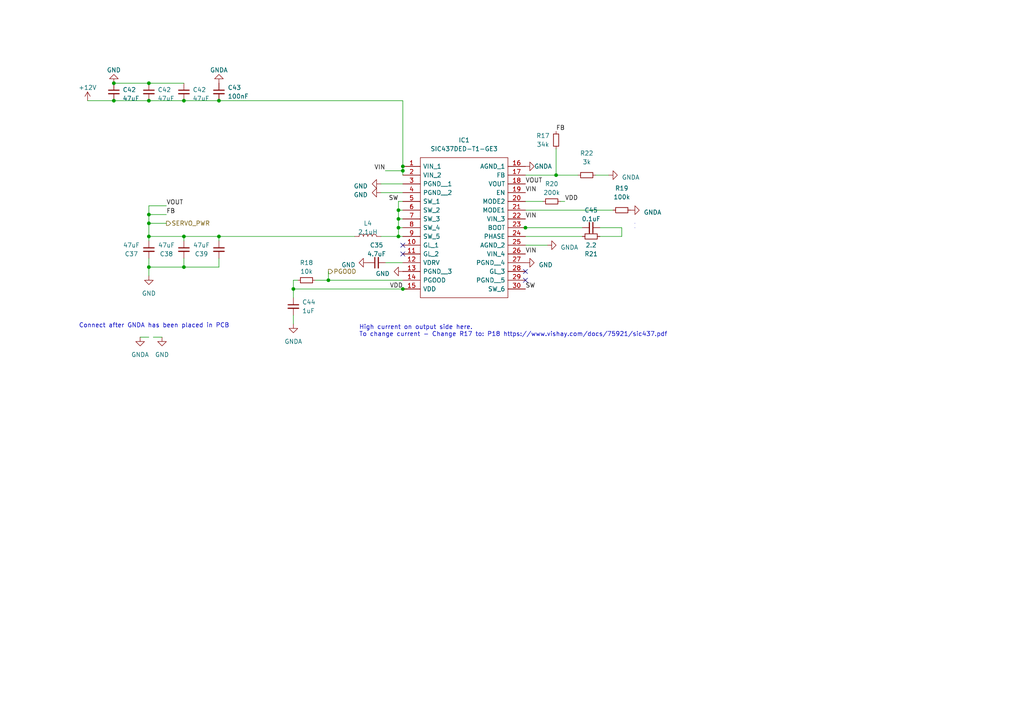
<source format=kicad_sch>
(kicad_sch (version 20230121) (generator eeschema)
  (paper "A4")
  (lib_symbols
    (symbol "Device:C_Small" (pin_numbers hide) (pin_names (offset 0.254) hide)
      (property "Reference" "C" (at 0.254 1.778 0))
      (property "Value" "C_Small" (at 0.254 -2.032 0))
      (symbol "C_Small_0_1"
        (polyline (pts (xy -1.524 -0.508) (xy 1.524 -0.508)) (stroke (width 0.3302)))
        (polyline (pts (xy -1.524 0.508) (xy 1.524 0.508)) (stroke (width 0.3048)))
      )
      (symbol "C_Small_1_1"
        (pin passive line (at 0 2.54 270) (length 2.032) (name "~") (number "1"))
        (pin passive line (at 0 -2.54 90) (length 2.032) (name "~") (number "2"))
      )
    )
    (symbol "Device:L" (pin_numbers hide) (pin_names (offset 1.016) hide)
      (property "Reference" "L" (at -1.27 0 90))
      (property "Value" "L" (at 1.905 0 90))
      (symbol "L_0_1"
        (arc (start 0 -2.54) (mid 0.6323 -1.905) (end 0 -1.27))
        (arc (start 0 -1.27) (mid 0.6323 -0.635) (end 0 0))
        (arc (start 0 0) (mid 0.6323 0.635) (end 0 1.27))
        (arc (start 0 1.27) (mid 0.6323 1.905) (end 0 2.54))
      )
      (symbol "L_1_1"
        (pin passive line (at 0 3.81 270) (length 1.27) (name "1") (number "1"))
        (pin passive line (at 0 -3.81 90) (length 1.27) (name "2") (number "2"))
      )
    )
    (symbol "Device:R_Small" (pin_numbers hide) (pin_names (offset 0.254) hide)
      (property "Reference" "R" (at 0.762 0.508 0))
      (property "Value" "R_Small" (at 0.762 -1.016 0))
      (symbol "R_Small_0_1"
        (rectangle (start -0.762 1.778) (end 0.762 -1.778) (stroke (width 0.2032)))
      )
      (symbol "R_Small_1_1"
        (pin passive line (at 0 2.54 270) (length 0.762) (name "~") (number "1"))
        (pin passive line (at 0 -2.54 90) (length 0.762) (name "~") (number "2"))
      )
    )
    (symbol "GNDA_1" (power) (pin_names (offset 0))
      (property "Value" "GNDA_1" (at 0 -3.81 0))
      (symbol "GNDA_1_0_1"
        (polyline (pts (xy 0 0) (xy 0 -1.27) (xy 1.27 -1.27) (xy 0 -2.54) (xy -1.27 -1.27) (xy 0 -1.27)))
      )
      (symbol "GNDA_1_1_1"
        (pin power_in line (at 0 0 270) (length 0) hide (name "GNDA") (number "1"))
      )
    )
    (symbol "GND_1" (power) (pin_names (offset 0))
      (property "Value" "GND_1" (at 0 -3.81 0))
      (symbol "GND_1_0_1"
        (polyline (pts (xy 0 0) (xy 0 -1.27) (xy 1.27 -1.27) (xy 0 -2.54) (xy -1.27 -1.27) (xy 0 -1.27)))
      )
      (symbol "GND_1_1_1"
        (pin power_in line (at 0 0 270) (length 0) hide (name "GND") (number "1"))
      )
    )
    (symbol "GND_2" (power) (pin_names (offset 0))
      (property "Value" "GND_2" (at 0 -3.81 0))
      (symbol "GND_2_0_1"
        (polyline (pts (xy 0 0) (xy 0 -1.27) (xy 1.27 -1.27) (xy 0 -2.54) (xy -1.27 -1.27) (xy 0 -1.27)))
      )
      (symbol "GND_2_1_1"
        (pin power_in line (at 0 0 270) (length 0) hide (name "GND") (number "1"))
      )
    )
    (symbol "SIC437DED-T1-GE3:SIC437DED-T1-GE3" (pin_names (offset 0.762))
      (property "Reference" "IC" (at 31.75 7.62 0))
      (property "Value" "SIC437DED-T1-GE3" (at 31.75 5.08 0))
      (symbol "SIC437DED-T1-GE3_0_0"
        (pin passive line (at 0 0 0) (length 5.08) (name "VIN_1") (number "1"))
        (pin passive line (at 0 -22.86 0) (length 5.08) (name "GL_1") (number "10"))
        (pin passive line (at 0 -25.4 0) (length 5.08) (name "GL_2") (number "11"))
        (pin passive line (at 0 -27.94 0) (length 5.08) (name "VDRV") (number "12"))
        (pin passive line (at 0 -30.48 0) (length 5.08) (name "PGND__3") (number "13"))
        (pin passive line (at 0 -33.02 0) (length 5.08) (name "PGOOD") (number "14"))
        (pin passive line (at 0 -35.56 0) (length 5.08) (name "VDD") (number "15"))
        (pin passive line (at 35.56 0 180) (length 5.08) (name "AGND_1") (number "16"))
        (pin passive line (at 35.56 -2.54 180) (length 5.08) (name "FB") (number "17"))
        (pin passive line (at 35.56 -5.08 180) (length 5.08) (name "VOUT") (number "18"))
        (pin passive line (at 35.56 -7.62 180) (length 5.08) (name "EN") (number "19"))
        (pin passive line (at 0 -2.54 0) (length 5.08) (name "VIN_2") (number "2"))
        (pin passive line (at 35.56 -10.16 180) (length 5.08) (name "MODE2") (number "20"))
        (pin passive line (at 35.56 -12.7 180) (length 5.08) (name "MODE1") (number "21"))
        (pin passive line (at 35.56 -15.24 180) (length 5.08) (name "VIN_3") (number "22"))
        (pin passive line (at 35.56 -17.78 180) (length 5.08) (name "BOOT") (number "23"))
        (pin passive line (at 35.56 -20.32 180) (length 5.08) (name "PHASE") (number "24"))
        (pin passive line (at 35.56 -22.86 180) (length 5.08) (name "AGND_2") (number "25"))
        (pin passive line (at 35.56 -25.4 180) (length 5.08) (name "VIN_4") (number "26"))
        (pin passive line (at 35.56 -27.94 180) (length 5.08) (name "PGND__4") (number "27"))
        (pin passive line (at 35.56 -30.48 180) (length 5.08) (name "GL_3") (number "28"))
        (pin passive line (at 35.56 -33.02 180) (length 5.08) (name "PGND__5") (number "29"))
        (pin passive line (at 0 -5.08 0) (length 5.08) (name "PGND__1") (number "3"))
        (pin passive line (at 35.56 -35.56 180) (length 5.08) (name "SW_6") (number "30"))
        (pin passive line (at 0 -7.62 0) (length 5.08) (name "PGND__2") (number "4"))
        (pin passive line (at 0 -10.16 0) (length 5.08) (name "SW_1") (number "5"))
        (pin passive line (at 0 -12.7 0) (length 5.08) (name "SW_2") (number "6"))
        (pin passive line (at 0 -15.24 0) (length 5.08) (name "SW_3") (number "7"))
        (pin passive line (at 0 -17.78 0) (length 5.08) (name "SW_4") (number "8"))
        (pin passive line (at 0 -20.32 0) (length 5.08) (name "SW_5") (number "9"))
      )
      (symbol "SIC437DED-T1-GE3_0_1"
        (polyline (pts (xy 5.08 2.54) (xy 30.48 2.54) (xy 30.48 -38.1) (xy 5.08 -38.1) (xy 5.08 2.54)) (stroke (width 0.1524)))
      )
    )
    (symbol "power:+12V" (power) (pin_names (offset 0))
      (property "Value" "+12V" (at 0 3.556 0))
      (symbol "+12V_0_1"
        (polyline (pts (xy -0.762 1.27) (xy 0 2.54)))
        (polyline (pts (xy 0 0) (xy 0 2.54)))
        (polyline (pts (xy 0 2.54) (xy 0.762 1.27)))
      )
      (symbol "+12V_1_1"
        (pin power_in line (at 0 0 90) (length 0) hide (name "+12V") (number "1"))
      )
    )
    (symbol "power:GND" (power) (pin_names (offset 0))
      (property "Value" "GND" (at 0 -3.81 0))
      (symbol "GND_0_1"
        (polyline (pts (xy 0 0) (xy 0 -1.27) (xy 1.27 -1.27) (xy 0 -2.54) (xy -1.27 -1.27) (xy 0 -1.27)))
      )
      (symbol "GND_1_1"
        (pin power_in line (at 0 0 270) (length 0) hide (name "GND") (number "1"))
      )
    )
    (symbol "power:GNDA" (power) (pin_names (offset 0))
      (property "Value" "GNDA" (at 0 -3.81 0))
      (symbol "GNDA_0_1"
        (polyline (pts (xy 0 0) (xy 0 -1.27) (xy 1.27 -1.27) (xy 0 -2.54) (xy -1.27 -1.27) (xy 0 -1.27)))
      )
      (symbol "GNDA_1_1"
        (pin power_in line (at 0 0 270) (length 0) hide (name "GNDA") (number "1"))
      )
    )
  )
  (junction (at 43.18 68.58))
  (junction (at 152.4 66.04))
  (junction (at 53.34 68.58))
  (junction (at 115.57 60.96))
  (junction (at 63.5 29.21))
  (junction (at 43.18 29.21))
  (junction (at 115.57 66.04))
  (junction (at 161.29 50.8))
  (junction (at 33.02 24.13))
  (junction (at 33.02 29.21))
  (junction (at 116.84 83.82))
  (junction (at 43.18 64.77))
  (junction (at 53.34 77.47))
  (junction (at 95.25 81.28))
  (junction (at 116.84 48.26))
  (junction (at 43.18 62.23))
  (junction (at 43.18 24.13))
  (junction (at 115.57 63.5))
  (junction (at 53.34 29.21))
  (junction (at 115.57 68.58))
  (junction (at 116.84 49.53))
  (junction (at 63.5 68.58))
  (junction (at 43.18 77.47))
  (junction (at 85.09 83.82))
  (no_connect (at 152.4 78.74))
  (no_connect (at 116.84 73.66))
  (no_connect (at 152.4 81.28))
  (no_connect (at 116.84 71.12))
  (wire (pts (xy 152.4 60.96) (xy 177.8 60.96)))
  (wire (pts (xy 43.18 77.47) (xy 43.18 74.93)))
  (wire (pts (xy 110.49 68.58) (xy 115.57 68.58)))
  (wire (pts (xy 43.18 80.01) (xy 43.18 77.47)))
  (wire (pts (xy 116.84 49.53) (xy 116.84 50.8)))
  (wire (pts (xy 115.57 63.5) (xy 116.84 63.5)))
  (wire (pts (xy 40.64 97.79) (xy 43.18 97.79)))
  (wire (pts (xy 115.57 66.04) (xy 115.57 68.58)))
  (wire (pts (xy 115.57 58.42) (xy 116.84 58.42)))
  (wire (pts (xy 53.34 77.47) (xy 53.34 74.93)))
  (wire (pts (xy 63.5 69.85) (xy 63.5 68.58)))
  (wire (pts (xy 91.44 81.28) (xy 95.25 81.28)))
  (wire (pts (xy 180.34 66.04) (xy 173.99 66.04)))
  (wire (pts (xy 180.34 68.58) (xy 173.99 68.58)))
  (wire (pts (xy 110.49 55.88) (xy 116.84 55.88)))
  (wire (pts (xy 163.83 58.42) (xy 162.56 58.42)))
  (wire (pts (xy 95.25 81.28) (xy 116.84 81.28)))
  (wire (pts (xy 43.18 62.23) (xy 43.18 64.77)))
  (wire (pts (xy 111.76 49.53) (xy 116.84 49.53)))
  (wire (pts (xy 85.09 81.28) (xy 85.09 83.82)))
  (wire (pts (xy 168.91 66.04) (xy 152.4 66.04)))
  (wire (pts (xy 151.13 66.04) (xy 152.4 66.04)))
  (wire (pts (xy 85.09 81.28) (xy 86.36 81.28)))
  (wire (pts (xy 25.4 29.21) (xy 33.02 29.21)))
  (wire (pts (xy 53.34 69.85) (xy 53.34 68.58)))
  (wire (pts (xy 43.18 29.21) (xy 53.34 29.21)))
  (wire (pts (xy 43.18 64.77) (xy 43.18 68.58)))
  (wire (pts (xy 63.5 29.21) (xy 53.34 29.21)))
  (wire (pts (xy 63.5 68.58) (xy 53.34 68.58)))
  (wire (pts (xy 161.29 50.8) (xy 167.64 50.8)))
  (wire (pts (xy 115.57 60.96) (xy 116.84 60.96)))
  (wire (pts (xy 43.18 62.23) (xy 48.26 62.23)))
  (wire (pts (xy 63.5 29.21) (xy 116.84 29.21)))
  (wire (pts (xy 116.84 29.21) (xy 116.84 48.26)))
  (wire (pts (xy 115.57 63.5) (xy 115.57 66.04)))
  (wire (pts (xy 115.57 66.04) (xy 116.84 66.04)))
  (wire (pts (xy 115.57 60.96) (xy 115.57 63.5)))
  (wire (pts (xy 85.09 83.82) (xy 116.84 83.82)))
  (wire (pts (xy 115.57 68.58) (xy 116.84 68.58)))
  (wire (pts (xy 95.25 78.74) (xy 95.25 81.28)))
  (wire (pts (xy 53.34 77.47) (xy 63.5 77.47)))
  (wire (pts (xy 43.18 77.47) (xy 53.34 77.47)))
  (wire (pts (xy 85.09 86.36) (xy 85.09 83.82)))
  (wire (pts (xy 152.4 68.58) (xy 168.91 68.58)))
  (wire (pts (xy 161.29 43.18) (xy 161.29 50.8)))
  (wire (pts (xy 111.76 76.2) (xy 116.84 76.2)))
  (wire (pts (xy 43.18 24.13) (xy 53.34 24.13)))
  (wire (pts (xy 63.5 77.47) (xy 63.5 74.93)))
  (wire (pts (xy 53.34 68.58) (xy 43.18 68.58)))
  (wire (pts (xy 152.4 50.8) (xy 161.29 50.8)))
  (wire (pts (xy 48.26 64.77) (xy 43.18 64.77)))
  (wire (pts (xy 43.18 69.85) (xy 43.18 68.58)))
  (wire (pts (xy 180.34 66.04) (xy 180.34 68.58)))
  (wire (pts (xy 43.18 59.69) (xy 43.18 62.23)))
  (wire (pts (xy 43.18 59.69) (xy 48.26 59.69)))
  (wire (pts (xy 63.5 68.58) (xy 102.87 68.58)))
  (wire (pts (xy 44.45 97.79) (xy 46.99 97.79)))
  (wire (pts (xy 33.02 29.21) (xy 43.18 29.21)))
  (wire (pts (xy 115.57 58.42) (xy 115.57 60.96)))
  (wire (pts (xy 158.75 71.12) (xy 152.4 71.12)))
  (wire (pts (xy 157.48 58.42) (xy 152.4 58.42)))
  (wire (pts (xy 172.72 50.8) (xy 176.53 50.8)))
  (wire (pts (xy 118.11 83.82) (xy 116.84 83.82)))
  (wire (pts (xy 33.02 24.13) (xy 43.18 24.13)))
  (wire (pts (xy 116.84 48.26) (xy 116.84 49.53)))
  (wire (pts (xy 110.49 53.34) (xy 116.84 53.34)))
  (wire (pts (xy 85.09 91.44) (xy 85.09 93.98)))
  (rectangle (start 184.15 64.77) (end 184.15 64.77))
  (rectangle (start 184.15 66.04) (end 184.15 66.04))
  (text "Connect after GNDA has been placed in PCB\n" (at 22.86 95.25 0) (effects (font (size 1.27 1.27)) (justify left bottom)))
  (text "High current on output side here.\nTo change current - Change R17 to: P18 https://www.vishay.com/docs/75921/sic437.pdf\n" (at 104.14 97.79 0) (effects (font (size 1.27 1.27)) (justify left bottom)))
  (label "FB" (at 48.26 62.23 0))
  (label "VOUT" (at 152.4 53.34 0))
  (label "FB" (at 161.29 38.1 0))
  (label "VIN" (at 111.76 49.53 180))
  (label "VOUT" (at 48.26 59.69 0))
  (label "VIN" (at 152.4 63.5 0))
  (label "VIN" (at 152.4 55.88 0))
  (label "SW" (at 115.57 58.42 180))
  (label "VIN" (at 152.4 73.66 0))
  (label "SW" (at 152.4 83.82 0))
  (label "VDD" (at 163.83 58.42 0))
  (label "VDD" (at 113.03 83.82 0))
  (hierarchical_label "SERVO_PWR" (shape output) (at 48.26 64.77 0))
  (hierarchical_label "PGOOD" (shape output) (at 95.25 78.74 0))
  (symbol (lib_id "power:GNDA") (at 182.88 60.96 90) (unit 1)
    (property "Reference" "#PWR079" (effects hide))
    (property "Value" "GNDA" (at 186.69 61.595 90) (effects (justify right)))
    (instances (project "Canardboard" (path "" (reference "#PWR079") (unit 1)) (path "" (reference "#PWR077") (unit 1))))
  )
  (symbol (lib_id "power:GNDA") (at 85.09 93.98 0) (unit 1)
    (property "Reference" "#PWR078" (effects hide))
    (property "Value" "GNDA" (at 85.09 99.06 0))
    (instances (project "Canardboard" (path "" (reference "#PWR078") (unit 1)) (path "" (reference "#PWR065") (unit 1))))
  )
  (symbol (lib_id "power:GNDA") (at 158.75 71.12 90) (unit 1)
    (property "Reference" "#PWR079" (effects hide))
    (property "Value" "GNDA" (at 162.56 71.755 90) (effects (justify right)))
    (instances (project "Canardboard" (path "" (reference "#PWR079") (unit 1)) (path "" (reference "#PWR076") (unit 1))))
  )
  (symbol (lib_id "Device:R_Small") (at 160.02 58.42 90) (unit 1)
    (property "Reference" "R20" (at 160.02 53.34 90))
    (property "Value" "200k" (at 160.02 55.88 90))
    (property "Footprint" "Resistor_SMD:R_0402_1005Metric" (effects hide))
  )
  (symbol (lib_id "power:GND") (at 116.84 78.74 270) (unit 1)
    (property "Reference" "#PWR077" (effects hide))
    (property "Value" "GND" (at 113.03 79.375 90) (effects (justify right)))
    (instances (project "Canardboard" (path "" (reference "#PWR077") (unit 1)) (path "" (reference "#PWR073") (unit 1))))
  )
  (symbol (lib_id "power:+12V") (at 25.4 29.21 0) (mirror y) (unit 1)
    (property "Reference" "#PWR017" (effects hide))
    (property "Value" "+12V" (at 25.4 25.4 0))
  )
  (symbol (lib_id "power:GNDA") (at 152.4 48.26 90) (unit 1)
    (property "Reference" "#PWR079" (effects hide))
    (property "Value" "GNDA" (at 154.94 48.26 90) (effects (justify right)))
    (instances (project "Canardboard" (path "" (reference "#PWR079") (unit 1)) (path "" (reference "#PWR070") (unit 1))))
  )
  (symbol (lib_id "power:GNDA") (at 176.53 50.8 90) (unit 1)
    (property "Reference" "#PWR079" (effects hide))
    (property "Value" "GNDA" (at 180.34 51.435 90) (effects (justify right)))
    (instances (project "Canardboard" (path "" (reference "#PWR079") (unit 1)) (path "" (reference "#PWR069") (unit 1))))
  )
  (symbol (lib_id "power:GNDA") (at 40.64 97.79 0) (unit 1)
    (property "Reference" "#PWR078" (effects hide))
    (property "Value" "GNDA" (at 40.64 102.87 0))
    (instances (project "Canardboard" (path "" (reference "#PWR078") (unit 1)) (path "" (reference "#PWR040") (unit 1))))
  )
  (symbol (lib_id "Device:C_Small") (at 109.22 76.2 90) (unit 1)
    (property "Reference" "C35" (at 109.2263 71.12 90))
    (property "Value" "4.7uF" (at 109.2263 73.66 90))
    (property "Footprint" "Capacitor_SMD:C_0402_1005Metric" (effects hide))
    (instances (project "Canardboard" (path "" (reference "C35") (unit 1)) (path "" (reference "C21") (unit 1))))
  )
  (symbol (lib_id "Device:C_Small") (at 53.34 26.67 0) (unit 1)
    (property "Reference" "C42" (at 55.88 26.0413 0) (effects (justify left)))
    (property "Value" "47uF" (at 55.88 28.5813 0) (effects (justify left)))
    (property "Footprint" "Capacitor_SMD:C_1206_3216Metric" (effects hide))
    (instances (project "Canardboard" (path "" (reference "C42") (unit 1)) (path "" (reference "C39") (unit 1))))
  )
  (symbol (lib_id "Device:C_Small") (at 171.45 66.04 270) (unit 1)
    (property "Reference" "C45" (at 171.45 60.96 90))
    (property "Value" "0.1uF" (at 171.45 63.5 90))
    (property "Footprint" "Capacitor_SMD:C_0603_1608Metric" (effects hide))
    (instances (project "Canardboard" (path "" (reference "C45") (unit 1)) (path "" (reference "C44") (unit 1))))
  )
  (symbol (lib_id "SIC437DED-T1-GE3:SIC437DED-T1-GE3") (at 116.84 48.26 0) (unit 1)
    (property "Reference" "IC1" (at 134.62 40.64 0))
    (property "Value" "SIC437DED-T1-GE3" (at 134.62 43.18 0))
    (property "Footprint" "iclr:SiC437BEDT1GE3" (effects hide))
    (property "Datasheet" "https://www.vishay.com/docs/75921/sic437.pdf" (effects hide))
    (property "Description" "Switching Voltage Regulators 12A; Ext; Pwr Saving PowerPAK MLP44-24L" (effects hide))
    (property "Height" "0.8" (effects hide))
    (property "Manufacturer_Name" "Vishay" (effects hide))
    (property "Manufacturer_Part_Number" "SIC437DED-T1-GE3" (effects hide))
    (property "Mouser Part Number" "78-SIC437DED-T1-GE3" (effects hide))
    (property "Mouser Price/Stock" "https://www.mouser.co.uk/ProductDetail/Vishay-Siliconix/SIC437DED-T1-GE3?qs=F5EMLAvA7IBPwzCIb2YJug%3D%3D" (effects hide))
    (property "Arrow Part Number" "SIC437DED-T1-GE3" (effects hide))
    (property "Arrow Price/Stock" "https://www.arrow.com/en/products/sic437ded-t1-ge3/vishay" (effects hide))
  )
  (symbol (lib_id "Device:R_Small") (at 171.45 68.58 270) (unit 1)
    (property "Reference" "R21" (at 171.45 73.66 90))
    (property "Value" "2.2" (at 171.45 71.12 90))
    (property "Footprint" "Resistor_SMD:R_0603_1608Metric" (effects hide))
  )
  (symbol (lib_id "power:GND") (at 152.4 76.2 90) (unit 1)
    (property "Reference" "#PWR077" (effects hide))
    (property "Value" "GND" (at 156.21 76.835 90) (effects (justify right)))
    (instances (project "Canardboard" (path "" (reference "#PWR077") (unit 1)) (path "" (reference "#PWR072") (unit 1))))
  )
  (symbol (lib_id "power:GND") (at 110.49 55.88 270) (unit 1)
    (property "Reference" "#PWR077" (effects hide))
    (property "Value" "GND" (at 106.68 56.515 90) (effects (justify right)))
    (instances (project "Canardboard" (path "" (reference "#PWR077") (unit 1)) (path "" (reference "#PWR071") (unit 1))))
  )
  (symbol (lib_id "Device:C_Small") (at 85.09 88.9 0) (unit 1)
    (property "Reference" "C44" (at 87.63 87.6362 0) (effects (justify left)))
    (property "Value" "1uF" (at 87.63 90.1762 0) (effects (justify left)))
    (property "Footprint" "Capacitor_SMD:C_0402_1005Metric" (effects hide))
    (instances (project "Canardboard" (path "" (reference "C44") (unit 1)) (path "" (reference "C42") (unit 1))))
  )
  (symbol (lib_name "GNDA_1") (lib_id "power:GNDA") (at 63.5 24.13 180) (unit 1)
    (property "Reference" "#PWR038" (effects hide))
    (property "Value" "GNDA" (at 63.5 20.32 0))
  )
  (symbol (lib_id "Device:R_Small") (at 161.29 40.64 180) (unit 1)
    (property "Reference" "R17" (at 157.48 39.37 0))
    (property "Value" "34k" (at 157.48 41.91 0))
    (property "Footprint" "Resistor_SMD:R_0402_1005Metric" (effects hide))
  )
  (symbol (lib_id "Device:C_Small") (at 33.02 26.67 0) (unit 1)
    (property "Reference" "C42" (at 35.56 26.0413 0) (effects (justify left)))
    (property "Value" "47uF" (at 35.56 28.5813 0) (effects (justify left)))
    (property "Footprint" "Capacitor_SMD:C_1206_3216Metric" (effects hide))
    (instances (project "Canardboard" (path "" (reference "C42") (unit 1)) (path "" (reference "C46") (unit 1))))
  )
  (symbol (lib_name "GND_1") (lib_id "power:GND") (at 46.99 97.79 0) (unit 1)
    (property "Reference" "#PWR075" (effects hide))
    (property "Value" "GND" (at 46.99 102.87 0))
  )
  (symbol (lib_id "power:GND") (at 110.49 53.34 270) (unit 1)
    (property "Reference" "#PWR077" (effects hide))
    (property "Value" "GND" (at 106.68 53.975 90) (effects (justify right)))
    (instances (project "Canardboard" (path "" (reference "#PWR077") (unit 1)) (path "" (reference "#PWR043") (unit 1))))
  )
  (symbol (lib_name "GND_2") (lib_id "power:GND") (at 33.02 24.13 180) (unit 1)
    (property "Reference" "#PWR067" (effects hide))
    (property "Value" "GND" (at 33.02 20.32 0))
  )
  (symbol (lib_id "power:GND") (at 43.18 80.01 0) (unit 1)
    (property "Reference" "#PWR068" (effects hide))
    (property "Value" "GND" (at 43.18 85.09 0))
    (instances (project "Canardboard" (path "" (reference "#PWR068") (unit 1)) (path "" (reference "#PWR035") (unit 1))))
  )
  (symbol (lib_id "Device:C_Small") (at 63.5 26.67 0) (unit 1)
    (property "Reference" "C43" (at 66.04 25.4062 0) (effects (justify left)))
    (property "Value" "100nF" (at 66.04 27.9462 0) (effects (justify left)))
    (property "Footprint" "Capacitor_SMD:C_0402_1005Metric" (effects hide))
    (instances (project "Canardboard" (path "" (reference "C43") (unit 1)) (path "" (reference "C40") (unit 1))))
  )
  (symbol (lib_id "Device:C_Small") (at 63.5 72.39 0) (unit 1)
    (property "Reference" "C39" (at 58.4264 73.66 0))
    (property "Value" "47uF" (at 58.4264 71.12 0))
    (property "Footprint" "Capacitor_SMD:C_1206_3216Metric" (effects hide))
    (instances (project "Canardboard" (path "" (reference "C39") (unit 1)) (path "" (reference "C35") (unit 1))))
  )
  (symbol (lib_id "Device:C_Small") (at 53.34 72.39 0) (unit 1)
    (property "Reference" "C38" (at 48.2664 73.66 0))
    (property "Value" "47uF" (at 48.2664 71.12 0))
    (property "Footprint" "Capacitor_SMD:C_1206_3216Metric" (effects hide))
    (instances (project "Canardboard" (path "" (reference "C38") (unit 1)) (path "" (reference "C36") (unit 1))))
  )
  (symbol (lib_id "Device:R_Small") (at 170.18 50.8 90) (unit 1)
    (property "Reference" "R22" (at 170.18 44.45 90))
    (property "Value" "3k" (at 170.18 46.99 90))
    (property "Footprint" "Resistor_SMD:R_0402_1005Metric" (effects hide))
  )
  (symbol (lib_id "Device:C_Small") (at 43.18 26.67 0) (unit 1)
    (property "Reference" "C42" (at 45.72 26.0413 0) (effects (justify left)))
    (property "Value" "47uF" (at 45.72 28.5813 0) (effects (justify left)))
    (property "Footprint" "Capacitor_SMD:C_1206_3216Metric" (effects hide))
    (instances (project "Canardboard" (path "" (reference "C42") (unit 1)) (path "" (reference "C45") (unit 1))))
  )
  (symbol (lib_id "Device:L") (at 106.68 68.58 90) (unit 1)
    (property "Reference" "L4" (at 106.68 64.77 90))
    (property "Value" "2.1uH" (at 106.68 67.31 90))
    (property "Footprint" "iclr:INDPM112100X400N" (effects hide))
  )
  (symbol (lib_id "Device:R_Small") (at 88.9 81.28 270) (unit 1)
    (property "Reference" "R18" (at 88.9 76.2 90))
    (property "Value" "10k" (at 88.9 78.74 90))
    (property "Footprint" "Resistor_SMD:R_0402_1005Metric" (effects hide))
  )
  (symbol (lib_id "power:GND") (at 106.68 76.2 270) (unit 1)
    (property "Reference" "#PWR068" (effects hide))
    (property "Value" "GND" (at 103.1115 76.835 90) (effects (justify right)))
    (instances (project "Canardboard" (path "" (reference "#PWR068") (unit 1)) (path "" (reference "#PWR074") (unit 1))))
  )
  (symbol (lib_id "Device:C_Small") (at 43.18 72.39 0) (unit 1)
    (property "Reference" "C37" (at 38.1064 73.66 0))
    (property "Value" "47uF" (at 38.1064 71.12 0))
    (property "Footprint" "Capacitor_SMD:C_1206_3216Metric" (effects hide))
  )
  (symbol (lib_id "Device:R_Small") (at 180.34 60.96 90) (unit 1)
    (property "Reference" "R19" (at 180.34 54.61 90))
    (property "Value" "100k" (at 180.34 57.15 90))
    (property "Footprint" "Resistor_SMD:R_0402_1005Metric" (effects hide))
  )
)
</source>
